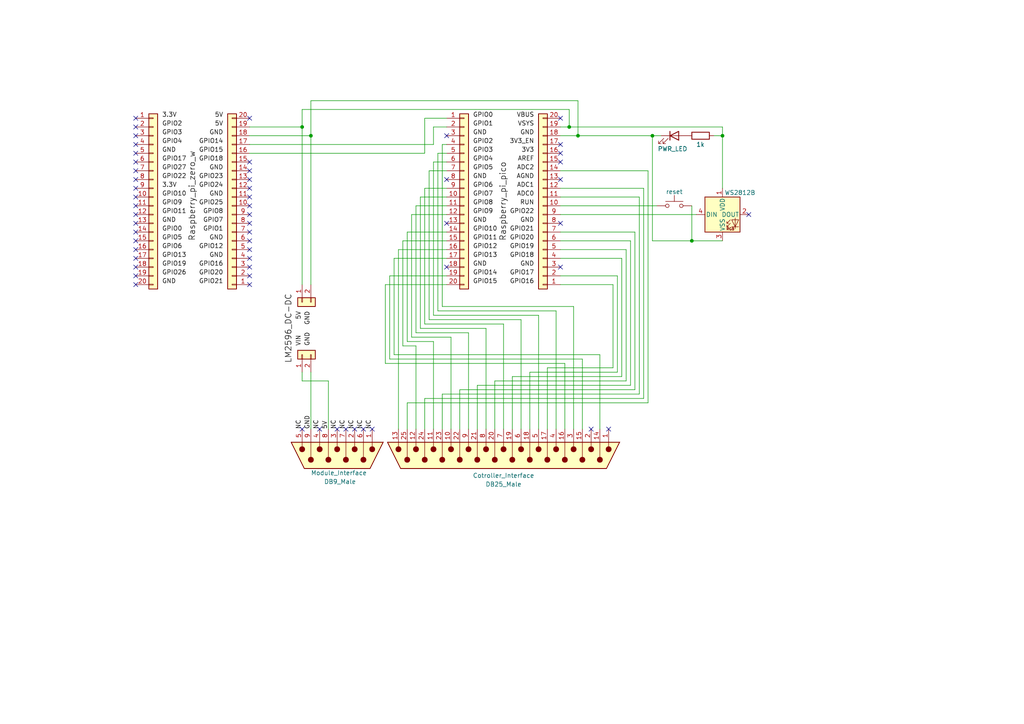
<source format=kicad_sch>
(kicad_sch (version 20211123) (generator eeschema)
  (paper "A4")
  (lib_symbols
    (symbol "Connector:DB25_Male" (pin_names (offset 1.016) hide)
      (property "Reference" "J" (at 0 34.29 0))
      (property "Value" "DB25_Male" (at 0 -34.925 0))
      (symbol "DB25_Male_0_1"
        (circle (center -1.778 -30.48) (radius 0.762) (fill (type outline)))
        (circle (center -1.778 -25.4) (radius 0.762) (fill (type outline)))
        (circle (center -1.778 -20.32) (radius 0.762) (fill (type outline)))
        (circle (center -1.778 -15.24) (radius 0.762) (fill (type outline)))
        (circle (center -1.778 -10.16) (radius 0.762) (fill (type outline)))
        (circle (center -1.778 -5.08) (radius 0.762) (fill (type outline)))
        (circle (center -1.778 0) (radius 0.762) (fill (type outline)))
        (circle (center -1.778 5.08) (radius 0.762) (fill (type outline)))
        (circle (center -1.778 10.16) (radius 0.762) (fill (type outline)))
        (circle (center -1.778 15.24) (radius 0.762) (fill (type outline)))
        (circle (center -1.778 20.32) (radius 0.762) (fill (type outline)))
        (circle (center -1.778 25.4) (radius 0.762) (fill (type outline)))
        (circle (center -1.778 30.48) (radius 0.762) (fill (type outline)))
        (polyline (pts (xy -3.81 -30.48) (xy -2.54 -30.48)))
        (polyline (pts (xy -3.81 -27.94) (xy 0.508 -27.94)))
        (polyline (pts (xy -3.81 -25.4) (xy -2.54 -25.4)))
        (polyline (pts (xy -3.81 -22.86) (xy 0.508 -22.86)))
        (polyline (pts (xy -3.81 -20.32) (xy -2.54 -20.32)))
        (polyline (pts (xy -3.81 -17.78) (xy 0.508 -17.78)))
        (polyline (pts (xy -3.81 -15.24) (xy -2.54 -15.24)))
        (polyline (pts (xy -3.81 -12.7) (xy 0.508 -12.7)))
        (polyline (pts (xy -3.81 -10.16) (xy -2.54 -10.16)))
        (polyline (pts (xy -3.81 -7.62) (xy 0.508 -7.62)))
        (polyline (pts (xy -3.81 -5.08) (xy -2.54 -5.08)))
        (polyline (pts (xy -3.81 -2.54) (xy 0.508 -2.54)))
        (polyline (pts (xy -3.81 0) (xy -2.54 0)))
        (polyline (pts (xy -3.81 2.54) (xy 0.508 2.54)))
        (polyline (pts (xy -3.81 5.08) (xy -2.54 5.08)))
        (polyline (pts (xy -3.81 7.62) (xy 0.508 7.62)))
        (polyline (pts (xy -3.81 10.16) (xy -2.54 10.16)))
        (polyline (pts (xy -3.81 12.7) (xy 0.508 12.7)))
        (polyline (pts (xy -3.81 15.24) (xy -2.54 15.24)))
        (polyline (pts (xy -3.81 17.78) (xy 0.508 17.78)))
        (polyline (pts (xy -3.81 20.32) (xy -2.54 20.32)))
        (polyline (pts (xy -3.81 22.86) (xy 0.508 22.86)))
        (polyline (pts (xy -3.81 25.4) (xy -2.54 25.4)))
        (polyline (pts (xy -3.81 27.94) (xy 0.508 27.94)))
        (polyline (pts (xy -3.81 30.48) (xy -2.54 30.48)))
        (polyline (pts (xy -3.81 -33.655) (xy 3.81 -29.845) (xy 3.81 29.845) (xy -3.81 33.655) (xy -3.81 -33.655)) (stroke (width 0.254)) (fill (type background)))
        (circle (center 1.27 -27.94) (radius 0.762) (fill (type outline)))
        (circle (center 1.27 -22.86) (radius 0.762) (fill (type outline)))
        (circle (center 1.27 -17.78) (radius 0.762) (fill (type outline)))
        (circle (center 1.27 -12.7) (radius 0.762) (fill (type outline)))
        (circle (center 1.27 -7.62) (radius 0.762) (fill (type outline)))
        (circle (center 1.27 -2.54) (radius 0.762) (fill (type outline)))
        (circle (center 1.27 2.54) (radius 0.762) (fill (type outline)))
        (circle (center 1.27 7.62) (radius 0.762) (fill (type outline)))
        (circle (center 1.27 12.7) (radius 0.762) (fill (type outline)))
        (circle (center 1.27 17.78) (radius 0.762) (fill (type outline)))
        (circle (center 1.27 22.86) (radius 0.762) (fill (type outline)))
        (circle (center 1.27 27.94) (radius 0.762) (fill (type outline)))
      )
      (symbol "DB25_Male_1_1"
        (pin passive line (at -7.62 -30.48 0) (length 3.81) (name "1") (number "1"))
        (pin passive line (at -7.62 15.24 0) (length 3.81) (name "10") (number "10"))
        (pin passive line (at -7.62 20.32 0) (length 3.81) (name "11") (number "11"))
        (pin passive line (at -7.62 25.4 0) (length 3.81) (name "12") (number "12"))
        (pin passive line (at -7.62 30.48 0) (length 3.81) (name "13") (number "13"))
        (pin passive line (at -7.62 -27.94 0) (length 3.81) (name "P14") (number "14"))
        (pin passive line (at -7.62 -22.86 0) (length 3.81) (name "P15") (number "15"))
        (pin passive line (at -7.62 -17.78 0) (length 3.81) (name "P16") (number "16"))
        (pin passive line (at -7.62 -12.7 0) (length 3.81) (name "P17") (number "17"))
        (pin passive line (at -7.62 -7.62 0) (length 3.81) (name "P18") (number "18"))
        (pin passive line (at -7.62 -2.54 0) (length 3.81) (name "P19") (number "19"))
        (pin passive line (at -7.62 -25.4 0) (length 3.81) (name "2") (number "2"))
        (pin passive line (at -7.62 2.54 0) (length 3.81) (name "P20") (number "20"))
        (pin passive line (at -7.62 7.62 0) (length 3.81) (name "P21") (number "21"))
        (pin passive line (at -7.62 12.7 0) (length 3.81) (name "P22") (number "22"))
        (pin passive line (at -7.62 17.78 0) (length 3.81) (name "P23") (number "23"))
        (pin passive line (at -7.62 22.86 0) (length 3.81) (name "P24") (number "24"))
        (pin passive line (at -7.62 27.94 0) (length 3.81) (name "P25") (number "25"))
        (pin passive line (at -7.62 -20.32 0) (length 3.81) (name "3") (number "3"))
        (pin passive line (at -7.62 -15.24 0) (length 3.81) (name "4") (number "4"))
        (pin passive line (at -7.62 -10.16 0) (length 3.81) (name "5") (number "5"))
        (pin passive line (at -7.62 -5.08 0) (length 3.81) (name "6") (number "6"))
        (pin passive line (at -7.62 0 0) (length 3.81) (name "7") (number "7"))
        (pin passive line (at -7.62 5.08 0) (length 3.81) (name "8") (number "8"))
        (pin passive line (at -7.62 10.16 0) (length 3.81) (name "9") (number "9"))
      )
    )
    (symbol "Connector:DB9_Male" (pin_names (offset 1.016) hide)
      (property "Reference" "J" (at 0 13.97 0))
      (property "Value" "DB9_Male" (at 0 -14.605 0))
      (symbol "DB9_Male_0_1"
        (circle (center -1.778 -10.16) (radius 0.762) (fill (type outline)))
        (circle (center -1.778 -5.08) (radius 0.762) (fill (type outline)))
        (circle (center -1.778 0) (radius 0.762) (fill (type outline)))
        (circle (center -1.778 5.08) (radius 0.762) (fill (type outline)))
        (circle (center -1.778 10.16) (radius 0.762) (fill (type outline)))
        (polyline (pts (xy -3.81 -10.16) (xy -2.54 -10.16)))
        (polyline (pts (xy -3.81 -7.62) (xy 0.508 -7.62)))
        (polyline (pts (xy -3.81 -5.08) (xy -2.54 -5.08)))
        (polyline (pts (xy -3.81 -2.54) (xy 0.508 -2.54)))
        (polyline (pts (xy -3.81 0) (xy -2.54 0)))
        (polyline (pts (xy -3.81 2.54) (xy 0.508 2.54)))
        (polyline (pts (xy -3.81 5.08) (xy -2.54 5.08)))
        (polyline (pts (xy -3.81 7.62) (xy 0.508 7.62)))
        (polyline (pts (xy -3.81 10.16) (xy -2.54 10.16)))
        (polyline (pts (xy -3.81 -13.335) (xy -3.81 13.335) (xy 3.81 9.525) (xy 3.81 -9.525) (xy -3.81 -13.335)) (stroke (width 0.254)) (fill (type background)))
        (circle (center 1.27 -7.62) (radius 0.762) (fill (type outline)))
        (circle (center 1.27 -2.54) (radius 0.762) (fill (type outline)))
        (circle (center 1.27 2.54) (radius 0.762) (fill (type outline)))
        (circle (center 1.27 7.62) (radius 0.762) (fill (type outline)))
      )
      (symbol "DB9_Male_1_1"
        (pin passive line (at -7.62 -10.16 0) (length 3.81) (name "1") (number "1"))
        (pin passive line (at -7.62 -5.08 0) (length 3.81) (name "2") (number "2"))
        (pin passive line (at -7.62 0 0) (length 3.81) (name "3") (number "3"))
        (pin passive line (at -7.62 5.08 0) (length 3.81) (name "4") (number "4"))
        (pin passive line (at -7.62 10.16 0) (length 3.81) (name "5") (number "5"))
        (pin passive line (at -7.62 -7.62 0) (length 3.81) (name "6") (number "6"))
        (pin passive line (at -7.62 -2.54 0) (length 3.81) (name "7") (number "7"))
        (pin passive line (at -7.62 2.54 0) (length 3.81) (name "8") (number "8"))
        (pin passive line (at -7.62 7.62 0) (length 3.81) (name "9") (number "9"))
      )
    )
    (symbol "Connector_Generic:Conn_01x02" (pin_names (offset 1.016) hide)
      (property "Reference" "J" (at 0 2.54 0))
      (property "Value" "Conn_01x02" (at 0 -5.08 0))
      (symbol "Conn_01x02_1_1"
        (rectangle (start -1.27 -2.413) (end 0 -2.667) (stroke (width 0.1524)))
        (rectangle (start -1.27 0.127) (end 0 -0.127) (stroke (width 0.1524)))
        (rectangle (start -1.27 1.27) (end 1.27 -3.81) (stroke (width 0.254)) (fill (type background)))
        (pin passive line (at -5.08 0 0) (length 3.81) (name "Pin_1") (number "1"))
        (pin passive line (at -5.08 -2.54 0) (length 3.81) (name "Pin_2") (number "2"))
      )
    )
    (symbol "Connector_Generic:Conn_01x20" (pin_names (offset 1.016) hide)
      (property "Reference" "J" (at 0 25.4 0))
      (property "Value" "Conn_01x20" (at 0 -27.94 0))
      (symbol "Conn_01x20_1_1"
        (rectangle (start -1.27 -25.273) (end 0 -25.527) (stroke (width 0.1524)))
        (rectangle (start -1.27 -22.733) (end 0 -22.987) (stroke (width 0.1524)))
        (rectangle (start -1.27 -20.193) (end 0 -20.447) (stroke (width 0.1524)))
        (rectangle (start -1.27 -17.653) (end 0 -17.907) (stroke (width 0.1524)))
        (rectangle (start -1.27 -15.113) (end 0 -15.367) (stroke (width 0.1524)))
        (rectangle (start -1.27 -12.573) (end 0 -12.827) (stroke (width 0.1524)))
        (rectangle (start -1.27 -10.033) (end 0 -10.287) (stroke (width 0.1524)))
        (rectangle (start -1.27 -7.493) (end 0 -7.747) (stroke (width 0.1524)))
        (rectangle (start -1.27 -4.953) (end 0 -5.207) (stroke (width 0.1524)))
        (rectangle (start -1.27 -2.413) (end 0 -2.667) (stroke (width 0.1524)))
        (rectangle (start -1.27 0.127) (end 0 -0.127) (stroke (width 0.1524)))
        (rectangle (start -1.27 2.667) (end 0 2.413) (stroke (width 0.1524)))
        (rectangle (start -1.27 5.207) (end 0 4.953) (stroke (width 0.1524)))
        (rectangle (start -1.27 7.747) (end 0 7.493) (stroke (width 0.1524)))
        (rectangle (start -1.27 10.287) (end 0 10.033) (stroke (width 0.1524)))
        (rectangle (start -1.27 12.827) (end 0 12.573) (stroke (width 0.1524)))
        (rectangle (start -1.27 15.367) (end 0 15.113) (stroke (width 0.1524)))
        (rectangle (start -1.27 17.907) (end 0 17.653) (stroke (width 0.1524)))
        (rectangle (start -1.27 20.447) (end 0 20.193) (stroke (width 0.1524)))
        (rectangle (start -1.27 22.987) (end 0 22.733) (stroke (width 0.1524)))
        (rectangle (start -1.27 24.13) (end 1.27 -26.67) (stroke (width 0.254)) (fill (type background)))
        (pin passive line (at -5.08 22.86 0) (length 3.81) (name "Pin_1") (number "1"))
        (pin passive line (at -5.08 0 0) (length 3.81) (name "Pin_10") (number "10"))
        (pin passive line (at -5.08 -2.54 0) (length 3.81) (name "Pin_11") (number "11"))
        (pin passive line (at -5.08 -5.08 0) (length 3.81) (name "Pin_12") (number "12"))
        (pin passive line (at -5.08 -7.62 0) (length 3.81) (name "Pin_13") (number "13"))
        (pin passive line (at -5.08 -10.16 0) (length 3.81) (name "Pin_14") (number "14"))
        (pin passive line (at -5.08 -12.7 0) (length 3.81) (name "Pin_15") (number "15"))
        (pin passive line (at -5.08 -15.24 0) (length 3.81) (name "Pin_16") (number "16"))
        (pin passive line (at -5.08 -17.78 0) (length 3.81) (name "Pin_17") (number "17"))
        (pin passive line (at -5.08 -20.32 0) (length 3.81) (name "Pin_18") (number "18"))
        (pin passive line (at -5.08 -22.86 0) (length 3.81) (name "Pin_19") (number "19"))
        (pin passive line (at -5.08 20.32 0) (length 3.81) (name "Pin_2") (number "2"))
        (pin passive line (at -5.08 -25.4 0) (length 3.81) (name "Pin_20") (number "20"))
        (pin passive line (at -5.08 17.78 0) (length 3.81) (name "Pin_3") (number "3"))
        (pin passive line (at -5.08 15.24 0) (length 3.81) (name "Pin_4") (number "4"))
        (pin passive line (at -5.08 12.7 0) (length 3.81) (name "Pin_5") (number "5"))
        (pin passive line (at -5.08 10.16 0) (length 3.81) (name "Pin_6") (number "6"))
        (pin passive line (at -5.08 7.62 0) (length 3.81) (name "Pin_7") (number "7"))
        (pin passive line (at -5.08 5.08 0) (length 3.81) (name "Pin_8") (number "8"))
        (pin passive line (at -5.08 2.54 0) (length 3.81) (name "Pin_9") (number "9"))
      )
    )
    (symbol "Device:LED" (pin_numbers hide) (pin_names (offset 1.016) hide)
      (property "Reference" "D" (at 0 2.54 0))
      (property "Value" "LED" (at 0 -2.54 0))
      (symbol "LED_0_1"
        (polyline (pts (xy -1.27 -1.27) (xy -1.27 1.27)) (stroke (width 0.254)))
        (polyline (pts (xy -1.27 0) (xy 1.27 0)))
        (polyline (pts (xy 1.27 -1.27) (xy 1.27 1.27) (xy -1.27 0) (xy 1.27 -1.27)) (stroke (width 0.254)))
        (polyline (pts (xy -3.048 -0.762) (xy -4.572 -2.286) (xy -3.81 -2.286) (xy -4.572 -2.286) (xy -4.572 -1.524)))
        (polyline (pts (xy -1.778 -0.762) (xy -3.302 -2.286) (xy -2.54 -2.286) (xy -3.302 -2.286) (xy -3.302 -1.524)))
      )
      (symbol "LED_1_1"
        (pin passive line (at -3.81 0 0) (length 2.54) (name "K") (number "1"))
        (pin passive line (at 3.81 0 180) (length 2.54) (name "A") (number "2"))
      )
    )
    (symbol "Device:R" (pin_numbers hide) (pin_names (offset 0))
      (property "Reference" "R" (at 2.032 0 90))
      (property "Value" "R" (at 0 0 90))
      (symbol "R_0_1"
        (rectangle (start -1.016 -2.54) (end 1.016 2.54) (stroke (width 0.254)))
      )
      (symbol "R_1_1"
        (pin passive line (at 0 3.81 270) (length 1.27) (name "~") (number "1"))
        (pin passive line (at 0 -3.81 90) (length 1.27) (name "~") (number "2"))
      )
    )
    (symbol "LED:WS2812B" (pin_names (offset 0.254))
      (property "Reference" "D" (at 5.08 5.715 0))
      (property "Value" "WS2812B" (at 1.27 -5.715 0))
      (symbol "WS2812B_0_0"
        (text "RGB" (at 2.286 -4.191 0) (effects (font (size 0.762 0.762))))
      )
      (symbol "WS2812B_0_1"
        (polyline (pts (xy 1.27 -3.556) (xy 1.778 -3.556)))
        (polyline (pts (xy 1.27 -2.54) (xy 1.778 -2.54)))
        (polyline (pts (xy 4.699 -3.556) (xy 2.667 -3.556)))
        (polyline (pts (xy 2.286 -2.54) (xy 1.27 -3.556) (xy 1.27 -3.048)))
        (polyline (pts (xy 2.286 -1.524) (xy 1.27 -2.54) (xy 1.27 -2.032)))
        (polyline (pts (xy 3.683 -1.016) (xy 3.683 -3.556) (xy 3.683 -4.064)))
        (polyline (pts (xy 4.699 -1.524) (xy 2.667 -1.524) (xy 3.683 -3.556) (xy 4.699 -1.524)))
        (rectangle (start 5.08 5.08) (end -5.08 -5.08) (stroke (width 0.254)) (fill (type background)))
      )
      (symbol "WS2812B_1_1"
        (pin power_in line (at 0 7.62 270) (length 2.54) (name "VDD") (number "1"))
        (pin output line (at 7.62 0 180) (length 2.54) (name "DOUT") (number "2"))
        (pin power_in line (at 0 -7.62 90) (length 2.54) (name "VSS") (number "3"))
        (pin input line (at -7.62 0 0) (length 2.54) (name "DIN") (number "4"))
      )
    )
    (symbol "Switch:SW_Push" (pin_numbers hide) (pin_names (offset 1.016) hide)
      (property "Reference" "SW" (at 1.27 2.54 0))
      (property "Value" "SW_Push" (at 0 -1.524 0))
      (symbol "SW_Push_0_1"
        (circle (center -2.032 0) (radius 0.508))
        (polyline (pts (xy 0 1.27) (xy 0 3.048)))
        (polyline (pts (xy 2.54 1.27) (xy -2.54 1.27)))
        (circle (center 2.032 0) (radius 0.508))
        (pin passive line (at -5.08 0 0) (length 2.54) (name "1") (number "1"))
        (pin passive line (at 5.08 0 180) (length 2.54) (name "2") (number "2"))
      )
    )
  )
  (junction (at 87.63 36.83))
  (junction (at 189.23 39.37))
  (junction (at 167.64 39.37))
  (junction (at 90.17 39.37))
  (junction (at 209.55 39.37))
  (junction (at 165.1 36.83))
  (junction (at 200.66 69.85))
  (no_connect (at 129.54 77.47))
  (no_connect (at 39.37 62.23))
  (no_connect (at 162.56 46.99))
  (no_connect (at 217.17 62.23))
  (no_connect (at 171.45 124.46))
  (no_connect (at 72.39 69.85))
  (no_connect (at 72.39 62.23))
  (no_connect (at 129.54 52.07))
  (no_connect (at 39.37 57.15))
  (no_connect (at 39.37 54.61))
  (no_connect (at 39.37 44.45))
  (no_connect (at 72.39 82.55))
  (no_connect (at 105.41 124.46))
  (no_connect (at 162.56 64.77))
  (no_connect (at 102.87 124.46))
  (no_connect (at 162.56 52.07))
  (no_connect (at 39.37 34.29))
  (no_connect (at 162.56 44.45))
  (no_connect (at 72.39 72.39))
  (no_connect (at 39.37 80.01))
  (no_connect (at 72.39 80.01))
  (no_connect (at 39.37 67.31))
  (no_connect (at 39.37 72.39))
  (no_connect (at 39.37 52.07))
  (no_connect (at 107.95 124.46))
  (no_connect (at 72.39 67.31))
  (no_connect (at 39.37 36.83))
  (no_connect (at 39.37 46.99))
  (no_connect (at 92.71 124.46))
  (no_connect (at 72.39 52.07))
  (no_connect (at 39.37 77.47))
  (no_connect (at 39.37 49.53))
  (no_connect (at 72.39 49.53))
  (no_connect (at 39.37 59.69))
  (no_connect (at 72.39 54.61))
  (no_connect (at 39.37 39.37))
  (no_connect (at 39.37 69.85))
  (no_connect (at 72.39 77.47))
  (no_connect (at 176.53 124.46))
  (no_connect (at 39.37 82.55))
  (no_connect (at 162.56 34.29))
  (no_connect (at 39.37 74.93))
  (no_connect (at 87.63 124.46))
  (no_connect (at 162.56 77.47))
  (no_connect (at 72.39 57.15))
  (no_connect (at 100.33 124.46))
  (no_connect (at 72.39 34.29))
  (no_connect (at 129.54 64.77))
  (no_connect (at 97.79 124.46))
  (no_connect (at 39.37 64.77))
  (no_connect (at 72.39 64.77))
  (no_connect (at 39.37 41.91))
  (no_connect (at 72.39 46.99))
  (no_connect (at 72.39 59.69))
  (no_connect (at 72.39 74.93))
  (no_connect (at 162.56 41.91))
  (no_connect (at 129.54 39.37))
  (wire (pts (xy 179.07 80.01) (xy 162.56 80.01)))
  (wire (pts (xy 153.67 124.46) (xy 153.67 107.95)))
  (wire (pts (xy 167.64 39.37) (xy 189.23 39.37)))
  (wire (pts (xy 209.55 36.83) (xy 165.1 36.83)))
  (wire (pts (xy 121.92 95.25) (xy 140.97 95.25)))
  (wire (pts (xy 120.65 59.69) (xy 129.54 59.69)))
  (wire (pts (xy 72.39 39.37) (xy 90.17 39.37)))
  (wire (pts (xy 123.19 34.29) (xy 129.54 34.29)))
  (wire (pts (xy 123.19 115.57) (xy 123.19 124.46)))
  (wire (pts (xy 177.8 106.68) (xy 177.8 82.55)))
  (wire (pts (xy 113.03 104.14) (xy 113.03 80.01)))
  (wire (pts (xy 209.55 39.37) (xy 209.55 36.83)))
  (wire (pts (xy 133.35 124.46) (xy 133.35 113.03)))
  (wire (pts (xy 124.46 49.53) (xy 124.46 92.71)))
  (wire (pts (xy 140.97 95.25) (xy 140.97 124.46)))
  (wire (pts (xy 87.63 31.75) (xy 165.1 31.75)))
  (wire (pts (xy 138.43 111.76) (xy 138.43 124.46)))
  (wire (pts (xy 148.59 109.22) (xy 148.59 124.46)))
  (wire (pts (xy 90.17 29.21) (xy 90.17 39.37)))
  (wire (pts (xy 72.39 36.83) (xy 87.63 36.83)))
  (wire (pts (xy 128.27 41.91) (xy 129.54 41.91)))
  (wire (pts (xy 165.1 36.83) (xy 162.56 36.83)))
  (wire (pts (xy 128.27 124.46) (xy 128.27 114.3)))
  (wire (pts (xy 130.81 97.79) (xy 130.81 124.46)))
  (wire (pts (xy 180.34 109.22) (xy 148.59 109.22)))
  (wire (pts (xy 118.11 124.46) (xy 118.11 116.84)))
  (wire (pts (xy 87.63 36.83) (xy 87.63 82.55)))
  (wire (pts (xy 129.54 82.55) (xy 111.76 82.55)))
  (wire (pts (xy 90.17 39.37) (xy 90.17 82.55)))
  (wire (pts (xy 115.57 72.39) (xy 129.54 72.39)))
  (wire (pts (xy 128.27 41.91) (xy 128.27 88.9)))
  (wire (pts (xy 133.35 113.03) (xy 184.15 113.03)))
  (wire (pts (xy 209.55 69.85) (xy 200.66 69.85)))
  (wire (pts (xy 123.19 54.61) (xy 129.54 54.61)))
  (wire (pts (xy 181.61 72.39) (xy 162.56 72.39)))
  (wire (pts (xy 120.65 100.33) (xy 120.65 124.46)))
  (wire (pts (xy 120.65 96.52) (xy 120.65 59.69)))
  (wire (pts (xy 135.89 124.46) (xy 135.89 96.52)))
  (wire (pts (xy 179.07 107.95) (xy 179.07 80.01)))
  (wire (pts (xy 189.23 39.37) (xy 189.23 69.85)))
  (wire (pts (xy 123.19 93.98) (xy 123.19 54.61)))
  (wire (pts (xy 95.25 110.49) (xy 87.63 110.49)))
  (wire (pts (xy 125.73 91.44) (xy 125.73 46.99)))
  (wire (pts (xy 207.01 39.37) (xy 209.55 39.37)))
  (wire (pts (xy 166.37 88.9) (xy 166.37 124.46)))
  (wire (pts (xy 187.96 49.53) (xy 162.56 49.53)))
  (wire (pts (xy 128.27 88.9) (xy 166.37 88.9)))
  (wire (pts (xy 87.63 36.83) (xy 87.63 31.75)))
  (wire (pts (xy 87.63 110.49) (xy 87.63 107.95)))
  (wire (pts (xy 125.73 36.83) (xy 129.54 36.83)))
  (wire (pts (xy 116.84 100.33) (xy 120.65 100.33)))
  (wire (pts (xy 118.11 99.06) (xy 118.11 67.31)))
  (wire (pts (xy 162.56 59.69) (xy 190.5 59.69)))
  (wire (pts (xy 72.39 44.45) (xy 123.19 44.45)))
  (wire (pts (xy 162.56 82.55) (xy 177.8 82.55)))
  (wire (pts (xy 181.61 110.49) (xy 181.61 72.39)))
  (wire (pts (xy 200.66 59.69) (xy 200.66 69.85)))
  (wire (pts (xy 165.1 31.75) (xy 165.1 36.83)))
  (wire (pts (xy 168.91 124.46) (xy 168.91 104.14)))
  (wire (pts (xy 182.88 69.85) (xy 182.88 111.76)))
  (wire (pts (xy 158.75 124.46) (xy 158.75 106.68)))
  (wire (pts (xy 167.64 39.37) (xy 167.64 29.21)))
  (wire (pts (xy 116.84 69.85) (xy 116.84 100.33)))
  (wire (pts (xy 184.15 113.03) (xy 184.15 67.31)))
  (wire (pts (xy 158.75 106.68) (xy 177.8 106.68)))
  (wire (pts (xy 129.54 57.15) (xy 121.92 57.15)))
  (wire (pts (xy 186.69 115.57) (xy 123.19 115.57)))
  (wire (pts (xy 167.64 29.21) (xy 90.17 29.21)))
  (wire (pts (xy 125.73 46.99) (xy 129.54 46.99)))
  (wire (pts (xy 123.19 34.29) (xy 123.19 44.45)))
  (wire (pts (xy 124.46 92.71) (xy 151.13 92.71)))
  (wire (pts (xy 128.27 114.3) (xy 185.42 114.3)))
  (wire (pts (xy 143.51 124.46) (xy 143.51 110.49)))
  (wire (pts (xy 111.76 105.41) (xy 163.83 105.41)))
  (wire (pts (xy 162.56 74.93) (xy 180.34 74.93)))
  (wire (pts (xy 162.56 62.23) (xy 201.93 62.23)))
  (wire (pts (xy 156.21 91.44) (xy 125.73 91.44)))
  (wire (pts (xy 121.92 57.15) (xy 121.92 95.25)))
  (wire (pts (xy 187.96 116.84) (xy 187.96 49.53)))
  (wire (pts (xy 162.56 54.61) (xy 186.69 54.61)))
  (wire (pts (xy 127 90.17) (xy 161.29 90.17)))
  (wire (pts (xy 156.21 124.46) (xy 156.21 91.44)))
  (wire (pts (xy 146.05 93.98) (xy 123.19 93.98)))
  (wire (pts (xy 162.56 69.85) (xy 182.88 69.85)))
  (wire (pts (xy 143.51 110.49) (xy 181.61 110.49)))
  (wire (pts (xy 118.11 67.31) (xy 129.54 67.31)))
  (wire (pts (xy 129.54 62.23) (xy 119.38 62.23)))
  (wire (pts (xy 185.42 114.3) (xy 185.42 57.15)))
  (wire (pts (xy 125.73 41.91) (xy 125.73 36.83)))
  (wire (pts (xy 185.42 57.15) (xy 162.56 57.15)))
  (wire (pts (xy 129.54 74.93) (xy 114.3 74.93)))
  (wire (pts (xy 118.11 116.84) (xy 187.96 116.84)))
  (wire (pts (xy 163.83 105.41) (xy 163.83 124.46)))
  (wire (pts (xy 168.91 104.14) (xy 113.03 104.14)))
  (wire (pts (xy 180.34 74.93) (xy 180.34 109.22)))
  (wire (pts (xy 111.76 82.55) (xy 111.76 105.41)))
  (wire (pts (xy 115.57 72.39) (xy 115.57 124.46)))
  (wire (pts (xy 129.54 69.85) (xy 116.84 69.85)))
  (wire (pts (xy 200.66 69.85) (xy 189.23 69.85)))
  (wire (pts (xy 72.39 41.91) (xy 125.73 41.91)))
  (wire (pts (xy 161.29 90.17) (xy 161.29 124.46)))
  (wire (pts (xy 151.13 92.71) (xy 151.13 124.46)))
  (wire (pts (xy 135.89 96.52) (xy 120.65 96.52)))
  (wire (pts (xy 95.25 124.46) (xy 95.25 110.49)))
  (wire (pts (xy 90.17 107.95) (xy 90.17 124.46)))
  (wire (pts (xy 114.3 74.93) (xy 114.3 102.87)))
  (wire (pts (xy 129.54 44.45) (xy 127 44.45)))
  (wire (pts (xy 146.05 124.46) (xy 146.05 93.98)))
  (wire (pts (xy 127 44.45) (xy 127 90.17)))
  (wire (pts (xy 184.15 67.31) (xy 162.56 67.31)))
  (wire (pts (xy 125.73 99.06) (xy 118.11 99.06)))
  (wire (pts (xy 125.73 124.46) (xy 125.73 99.06)))
  (wire (pts (xy 114.3 102.87) (xy 173.99 102.87)))
  (wire (pts (xy 209.55 54.61) (xy 209.55 39.37)))
  (wire (pts (xy 129.54 49.53) (xy 124.46 49.53)))
  (wire (pts (xy 182.88 111.76) (xy 138.43 111.76)))
  (wire (pts (xy 186.69 54.61) (xy 186.69 115.57)))
  (wire (pts (xy 113.03 80.01) (xy 129.54 80.01)))
  (wire (pts (xy 119.38 62.23) (xy 119.38 97.79)))
  (wire (pts (xy 173.99 102.87) (xy 173.99 124.46)))
  (wire (pts (xy 162.56 39.37) (xy 167.64 39.37)))
  (wire (pts (xy 189.23 39.37) (xy 191.77 39.37)))
  (wire (pts (xy 119.38 97.79) (xy 130.81 97.79)))
  (wire (pts (xy 153.67 107.95) (xy 179.07 107.95)))
  (label "GPIO8" (at 64.77 62.23 180))
  (label "GPIO2" (at 137.16 41.91 0))
  (label "5V" (at 64.77 34.29 180))
  (label "GND" (at 46.99 64.77 0))
  (label "GPIO0" (at 46.99 67.31 0))
  (label "GPIO16" (at 154.94 82.55 180))
  (label "GPIO19" (at 46.99 77.47 0))
  (label "NC" (at 100.33 124.46 90))
  (label "GPIO12" (at 64.77 72.39 180))
  (label "GPIO15" (at 137.16 82.55 0))
  (label "GPIO6" (at 46.99 72.39 0))
  (label "GND" (at 90.17 124.46 90))
  (label "GND" (at 46.99 44.45 0))
  (label "Raspberry_pi_pico" (at 147.32 69.85 90) (effects (font (size 1.7 1.7))))
  (label "AGND" (at 154.94 52.07 180))
  (label "3.3V" (at 46.99 54.61 0))
  (label "GPIO17" (at 154.94 80.01 180))
  (label "NC" (at 92.71 124.46 90))
  (label "GPIO19" (at 154.94 72.39 180))
  (label "GPIO10" (at 46.99 57.15 0))
  (label "GPIO17" (at 46.99 46.99 0))
  (label "GND" (at 90.17 90.17 270))
  (label "GPIO18" (at 64.77 46.99 180))
  (label "VSYS" (at 154.94 36.83 180))
  (label "GPIO21" (at 154.94 67.31 180))
  (label "3V3_EN" (at 154.94 41.91 180))
  (label "GPIO0" (at 137.16 34.29 0))
  (label "GPIO9" (at 137.16 62.23 0))
  (label "GND" (at 64.77 69.85 180))
  (label "GPIO1" (at 137.16 36.83 0))
  (label "GPIO2" (at 46.99 36.83 0))
  (label "GND" (at 154.94 77.47 180))
  (label "GPIO18" (at 154.94 74.93 180))
  (label "GPIO10" (at 137.16 67.31 0))
  (label "GPIO15" (at 64.77 44.45 180))
  (label "GPIO24" (at 64.77 54.61 180))
  (label "GND" (at 137.16 77.47 0))
  (label "GND" (at 154.94 64.77 180))
  (label "ADC2" (at 154.94 49.53 180))
  (label "NC" (at 97.79 124.46 90))
  (label "3V3" (at 154.94 44.45 180))
  (label "GND" (at 137.16 64.77 0))
  (label "GND" (at 137.16 52.07 0))
  (label "GPIO7" (at 64.77 64.77 180))
  (label "GPIO5" (at 46.99 69.85 0))
  (label "ADC0" (at 154.94 57.15 180))
  (label "GPIO11" (at 137.16 69.85 0))
  (label "RUN" (at 154.94 59.69 180))
  (label "GPIO7" (at 137.16 57.15 0))
  (label "GPIO14" (at 137.16 80.01 0))
  (label "VIN" (at 87.63 100.33 90))
  (label "5V" (at 87.63 90.17 270))
  (label "NC" (at 87.63 124.46 90))
  (label "LM2596_DC-DC" (at 85.09 85.09 270) (effects (font (size 1.7 1.7))))
  (label "NC" (at 102.87 124.46 90))
  (label "GPIO16" (at 64.77 77.47 180))
  (label "GND" (at 46.99 82.55 0))
  (label "GPIO12" (at 137.16 72.39 0))
  (label "NC" (at 105.41 124.46 90))
  (label "GPIO23" (at 64.77 52.07 180))
  (label "GPIO22" (at 154.94 62.23 180))
  (label "GPIO3" (at 137.16 44.45 0))
  (label "GPIO5" (at 137.16 49.53 0))
  (label "GND" (at 64.77 74.93 180))
  (label "AREF" (at 154.94 46.99 180))
  (label "GND" (at 90.17 100.33 90))
  (label "GPIO6" (at 137.16 54.61 0))
  (label "GPIO9" (at 46.99 59.69 0))
  (label "GND" (at 137.16 39.37 0))
  (label "GPIO27" (at 46.99 49.53 0))
  (label "GPIO8" (at 137.16 59.69 0))
  (label "GPIO13" (at 137.16 74.93 0))
  (label "3.3V" (at 46.99 34.29 0))
  (label "Raspberry_pi_zero_w" (at 57.15 69.85 90) (effects (font (size 1.7 1.7))))
  (label "GPIO20" (at 154.94 69.85 180))
  (label "VBUS" (at 154.94 34.29 180))
  (label "GPIO20" (at 64.77 80.01 180))
  (label "GPIO11" (at 46.99 62.23 0))
  (label "5V" (at 95.25 124.46 90))
  (label "GPIO26" (at 46.99 80.01 0))
  (label "GND" (at 64.77 57.15 180))
  (label "ADC1" (at 154.94 54.61 180))
  (label "GND" (at 64.77 49.53 180))
  (label "GPIO13" (at 46.99 74.93 0))
  (label "GPIO22" (at 46.99 52.07 0))
  (label "GPIO25" (at 64.77 59.69 180))
  (label "GPIO4" (at 46.99 41.91 0))
  (label "5V" (at 64.77 36.83 180))
  (label "NC" (at 107.95 124.46 90))
  (label "GND" (at 154.94 39.37 180))
  (label "GPIO4" (at 137.16 46.99 0))
  (label "GPIO1" (at 64.77 67.31 180))
  (label "GPIO21" (at 64.77 82.55 180))
  (label "GPIO3" (at 46.99 39.37 0))
  (label "GND" (at 64.77 39.37 180))
  (label "GPIO14" (at 64.77 41.91 180))
  (symbol (lib_id "Connector:DB9_Male") (at 97.79 132.08 90) (mirror x) (unit 1)
    (property "Reference" "Module_Interface" (at 90.17 137.16 90) (effects (justify right)))
    (property "Value" "DB9_Male" (at 93.98 139.7 90) (effects (justify right)))
    (property "Datasheet" " ~" (effects hide))
  )
  (symbol (lib_id "Device:R") (at 203.2 39.37 270) (unit 1)
    (property "Reference" "R?" (effects hide))
    (property "Value" "1k" (at 201.93 41.91 90) (effects (justify left)))
  )
  (symbol (lib_id "Switch:SW_Push") (at 195.58 59.69 0) (unit 1)
    (property "Reference" "SW?" (effects hide))
    (property "Value" "reset" (at 195.58 55.6061 0))
  )
  (symbol (lib_id "Connector_Generic:Conn_01x20") (at 67.31 59.69 180) (unit 1)
    (property "Reference" "J?" (effects hide))
    (property "Value" "Conn_01x20" (effects hide))
  )
  (symbol (lib_id "Connector:DB25_Male") (at 146.05 132.08 90) (mirror x) (unit 1)
    (property "Reference" "Cotroller_Interface" (at 146.05 137.9204 90))
    (property "Value" "DB25_Male" (at 146.05 140.4573 90))
    (property "Datasheet" " ~" (effects hide))
  )
  (symbol (lib_id "Connector_Generic:Conn_01x20") (at 157.48 59.69 180) (unit 1)
    (property "Reference" "J?" (effects hide))
    (property "Value" "Conn_01x20" (effects hide))
  )
  (symbol (lib_id "Device:LED") (at 195.58 39.37 0) (unit 1)
    (property "Reference" "D?" (effects hide))
    (property "Value" "PWR_LED" (at 199.39 43.18 0) (effects (justify right)))
  )
  (symbol (lib_id "Connector_Generic:Conn_01x02") (at 87.63 102.87 90) (unit 1)
    (property "Reference" "J?" (effects hide))
    (property "Value" "Conn_01x02" (effects hide))
  )
  (symbol (lib_id "LED:WS2812B") (at 209.55 62.23 0) (unit 1)
    (property "Reference" "D?" (effects hide))
    (property "Value" "WS2812B" (at 214.63 55.88 0))
    (property "Footprint" "LED_SMD:LED_WS2812B_PLCC4_5.0x5.0mm_P3.2mm" (effects hide))
    (property "Datasheet" "https://cdn-shop.adafruit.com/datasheets/WS2812B.pdf" (effects hide))
  )
  (symbol (lib_id "Connector_Generic:Conn_01x20") (at 44.45 57.15 0) (unit 1)
    (property "Reference" "J?" (effects hide))
    (property "Value" "Conn_01x20" (effects hide))
  )
  (symbol (lib_id "Connector_Generic:Conn_01x02") (at 87.63 87.63 90) (mirror x) (unit 1)
    (property "Reference" "J?" (effects hide))
    (property "Value" "Conn_01x02" (effects hide))
  )
  (symbol (lib_id "Connector_Generic:Conn_01x20") (at 134.62 57.15 0) (unit 1)
    (property "Reference" "J?" (effects hide))
    (property "Value" "Conn_01x20" (effects hide))
  )
)
</source>
